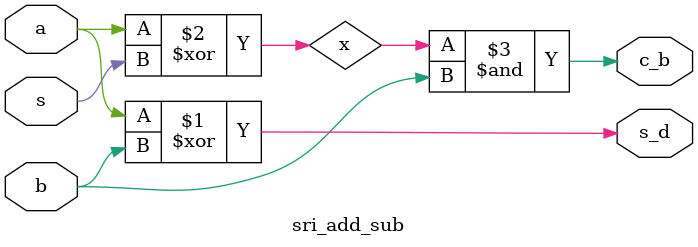
<source format=v>
module sri_add_sub (a, b, s ,s_d, c_b);

input a, b,s;

output s_d, c_b;

wire x;

xor u1(s_d,a, b);

xor u3(x,a, s);

and u2(c_b,x, b);

endmodule








</source>
